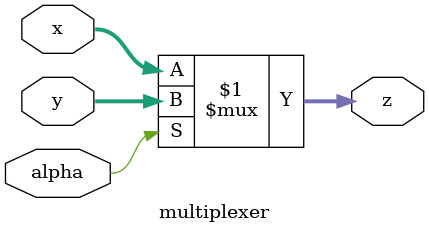
<source format=v>
module multiplexer(output [N-1:0]z, input [N-1:0]x, input [N-1:0]y, input alpha);
    parameter N = 32;

    assign
        z = (alpha) ? y : x;
endmodule
</source>
